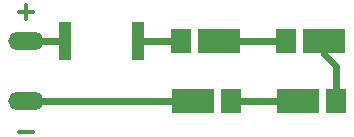
<source format=gtl>
G04 #@! TF.FileFunction,Copper,L1,Top,Signal*
%FSLAX46Y46*%
G04 Gerber Fmt 4.6, Leading zero omitted, Abs format (unit mm)*
G04 Created by KiCad (PCBNEW 4.0.6) date 03/22/19 10:45:15*
%MOMM*%
%LPD*%
G01*
G04 APERTURE LIST*
%ADD10C,0.100000*%
%ADD11C,0.300000*%
%ADD12O,3.000000X1.500000*%
%ADD13R,3.580000X2.100000*%
%ADD14R,1.670000X2.100000*%
%ADD15R,1.000000X3.200000*%
%ADD16C,0.609600*%
G04 APERTURE END LIST*
D10*
D11*
X80708572Y-115677143D02*
X81851429Y-115677143D01*
X80708572Y-105517143D02*
X81851429Y-105517143D01*
X81280000Y-106088571D02*
X81280000Y-104945714D01*
D12*
X81280000Y-107950000D03*
X81280000Y-113030000D03*
D13*
X97620000Y-107950000D03*
D14*
X94420000Y-107950000D03*
D13*
X106510000Y-107950000D03*
D14*
X103310000Y-107950000D03*
D13*
X104310000Y-113030000D03*
D14*
X107510000Y-113030000D03*
D13*
X95420000Y-113030000D03*
D14*
X98620000Y-113030000D03*
D15*
X84530000Y-107950000D03*
X90730000Y-107950000D03*
D16*
X95420000Y-113030000D02*
X81280000Y-113030000D01*
X81280000Y-107950000D02*
X84530000Y-107950000D01*
X90730000Y-107950000D02*
X94420000Y-107950000D01*
X97620000Y-107950000D02*
X103310000Y-107950000D01*
X106510000Y-107950000D02*
X106510000Y-109050000D01*
X107510000Y-110050000D02*
X107510000Y-113030000D01*
X106510000Y-109050000D02*
X107510000Y-110050000D01*
X104310000Y-113030000D02*
X98620000Y-113030000D01*
M02*

</source>
